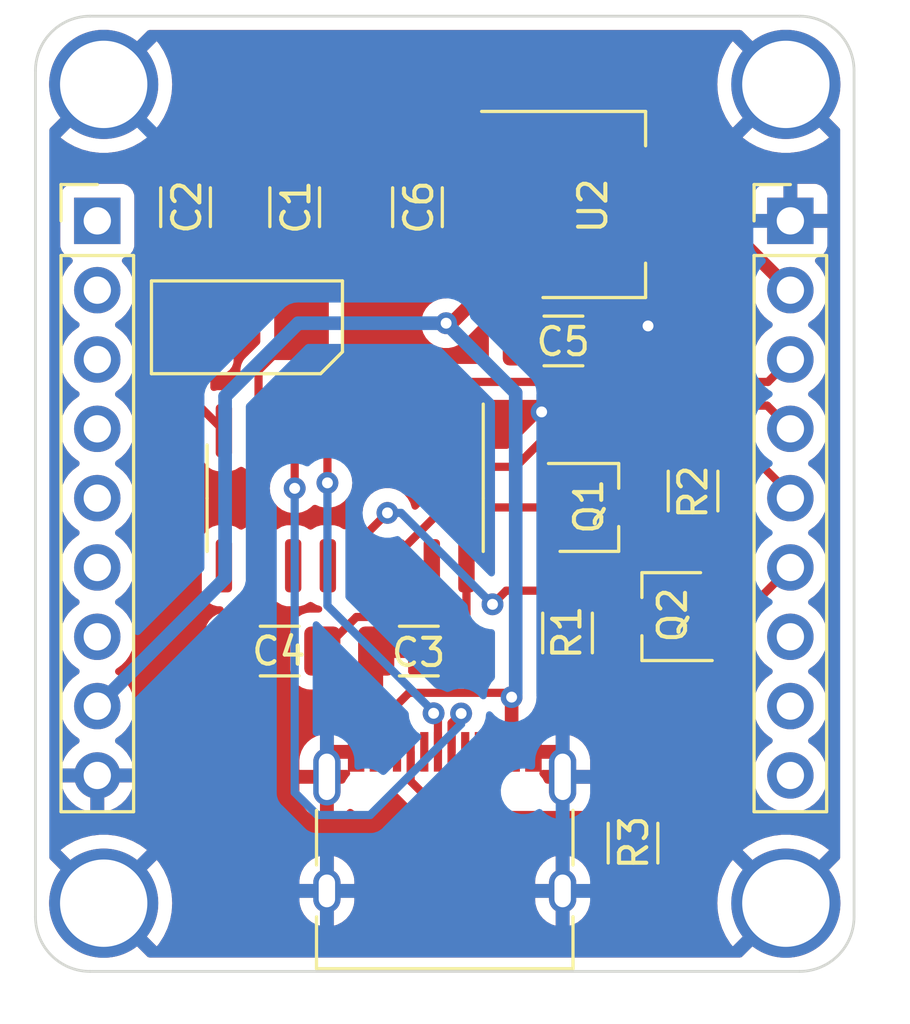
<source format=kicad_pcb>
(kicad_pcb (version 20211014) (generator pcbnew)
  (layers (0 "F.Cu" signal) (31 "B.Cu" signal) (34 "B.Paste" user) (35 "F.Paste" user) (36 "B.SilkS" user "B.Silkscreen") (37 "F.SilkS" user "F.Silkscreen") (38 "B.Mask" user) (39 "F.Mask" user) (44 "Edge.Cuts" user))
  (net 0 "")
  (net 1 "SDA")
  (net 2 "SCL")
  (net 3 "A")
  (net 4 "B")
  (net 5 "C")
  (net 6 "D")
  (net 7 "E")
  (net 8 "Vin")
  (net 9 "GND")
  (net 10 "Net-(C1-Pad1)")
  (net 11 "Net-(C2-Pad1)")
  (net 12 "3.3V")
  (net 13 "RX")
  (net 14 "TX")
  (net 15 "RST")
  (net 16 "F")
  (net 17 "SCLK")
  (net 18 "MISO")
  (net 19 "MOSI")
  (net 20 "Net-(C3-Pad2)")
  (net 21 "Net-(P1-PadA5)")
  (net 22 "D+")
  (net 23 "D-")
  (net 27 "Net-(Q1-Pad2)")
  (net 28 "Net-(Q1-Pad3)")
  (net 29 "Net-(Q2-Pad2)")
  (net 30 "Net-(Q2-Pad3)")
  (footprint "Capacitor_SMD:C_1206_3216Metric_Pad1.33x1.80mm_HandSolder" (layer "F.Cu") (at 58.95 123.2625)
    (fp_text reference "C4" (at -0.03 0.0075) (layer "F.SilkS"))
    (fp_text value "10uF")
    (fp_line (start -0.711252 0.91) (end 0.711252 0.91) (layer "F.SilkS") (width 0.12))
    (fp_line (start -0.711252 -0.91) (end 0.711252 -0.91) (layer "F.SilkS") (width 0.12))
    (pad "1" smd roundrect (at -1.5625 0) (size 1.325 1.8) (layers "F.Cu" "F.Paste" "F.Mask") (roundrect_rratio 0.1886792453) (net 9 "GND"))
    (pad "2" smd roundrect (at 1.5625 0) (size 1.325 1.8) (layers "F.Cu" "F.Paste" "F.Mask") (roundrect_rratio 0.1886792453) (net 20 "Net-(C3-Pad2)"))
  )
  (footprint "Package_TO_SOT_SMD:SOT-23W" (layer "F.Cu") (at 73.3 122 180)
    (fp_text reference "Q2" (at -0.05 0.06 90) (layer "F.SilkS"))
    (fp_text value "BC547")
    (fp_line (start 1.075 -1.61) (end 1.075 -0.7) (layer "F.SilkS") (width 0.12))
    (fp_line (start -1.075 1.61) (end 1.075 1.61) (layer "F.SilkS") (width 0.12))
    (fp_line (start 1.075 0.7) (end 1.075 1.61) (layer "F.SilkS") (width 0.12))
    (fp_line (start -1.5 -1.61) (end 1.075 -1.61) (layer "F.SilkS") (width 0.12))
    (pad "1" smd rect (at -1.2 -0.95 180) (size 1 0.7) (layers "F.Cu" "F.Paste" "F.Mask") (net 16 "F"))
    (pad "2" smd rect (at -1.2 0.95 180) (size 1 0.7) (layers "F.Cu" "F.Paste" "F.Mask") (net 29 "Net-(Q2-Pad2)"))
    (pad "3" smd rect (at 1.2 0 180) (size 1 0.7) (layers "F.Cu" "F.Paste" "F.Mask") (net 30 "Net-(Q2-Pad3)"))
  )
  (footprint "Capacitor_SMD:C_1206_3216Metric_Pad1.33x1.80mm_HandSolder" (layer "F.Cu") (at 69.35 111.9)
    (fp_text reference "C5" (at -0.01 0.03) (layer "F.SilkS"))
    (fp_text value "22pF")
    (fp_line (start -0.711252 0.91) (end 0.711252 0.91) (layer "F.SilkS") (width 0.12))
    (fp_line (start -0.711252 -0.91) (end 0.711252 -0.91) (layer "F.SilkS") (width 0.12))
    (pad "1" smd roundrect (at -1.5625 0) (size 1.325 1.8) (layers "F.Cu" "F.Paste" "F.Mask") (roundrect_rratio 0.1886792453) (net 8 "Vin"))
    (pad "2" smd roundrect (at 1.5625 0) (size 1.325 1.8) (layers "F.Cu" "F.Paste" "F.Mask") (roundrect_rratio 0.1886792453) (net 9 "GND"))
  )
  (footprint "MountingHole:MountingHole_3.2mm_M3_ISO14580_Pad" (layer "F.Cu") (at 77.5 102.5)
    (fp_text reference "REF**" hide)
    (fp_text value "MountingHole_3.2mm_M3_ISO14580_Pad" hide)
    (pad "1" thru_hole circle (at 0 0) (size 4 4) (drill 3.2) (layers *.Cu *.Mask) (net 9 "GND"))
  )
  (footprint "Capacitor_SMD:C_1206_3216Metric_Pad1.33x1.80mm_HandSolder" (layer "F.Cu") (at 64.05 123.2625)
    (fp_text reference "C3" (at -0.01 0.0575) (layer "F.SilkS"))
    (fp_text value "100uF")
    (fp_line (start -0.711252 0.91) (end 0.711252 0.91) (layer "F.SilkS") (width 0.12))
    (fp_line (start -0.711252 -0.91) (end 0.711252 -0.91) (layer "F.SilkS") (width 0.12))
    (pad "1" smd roundrect (at -1.5625 0) (size 1.325 1.8) (layers "F.Cu" "F.Paste" "F.Mask") (roundrect_rratio 0.1886792453) (net 9 "GND"))
    (pad "2" smd roundrect (at 1.5625 0) (size 1.325 1.8) (layers "F.Cu" "F.Paste" "F.Mask") (roundrect_rratio 0.1886792453) (net 20 "Net-(C3-Pad2)"))
  )
  (footprint "MountingHole:MountingHole_3.2mm_M3_ISO14580_Pad" (layer "F.Cu") (at 52.5 102.5)
    (fp_text reference "REF**" hide)
    (fp_text value "MountingHole_3.2mm_M3_ISO14580_Pad" hide)
    (pad "2" thru_hole circle (at 0 0) (size 4 4) (drill 3.2) (layers *.Cu *.Mask) (net 9 "GND"))
  )
  (footprint "Package_TO_SOT_SMD:SOT-223-3_TabPin2" (layer "F.Cu") (at 70.45 106.9)
    (fp_text reference "U2" (at -0.02 0.05 90) (layer "F.SilkS"))
    (fp_text value "AMS1117-3.3")
    (fp_line (start 1.91 -3.41) (end 1.91 -2.15) (layer "F.SilkS") (width 0.12))
    (fp_line (start -1.85 3.41) (end 1.91 3.41) (layer "F.SilkS") (width 0.12))
    (fp_line (start 1.91 3.41) (end 1.91 2.15) (layer "F.SilkS") (width 0.12))
    (fp_line (start -4.1 -3.41) (end 1.91 -3.41) (layer "F.SilkS") (width 0.12))
    (pad "1" smd rect (at -3.15 -2.3) (size 2 1.5) (layers "F.Cu" "F.Paste" "F.Mask") (net 9 "GND"))
    (pad "2" smd rect (at -3.15 0) (size 2 1.5) (layers "F.Cu" "F.Paste" "F.Mask") (net 12 "3.3V"))
    (pad "2" smd rect (at 3.15 0) (size 2 3.8) (layers "F.Cu" "F.Paste" "F.Mask") (net 12 "3.3V"))
    (pad "3" smd rect (at -3.15 2.3) (size 2 1.5) (layers "F.Cu" "F.Paste" "F.Mask") (net 8 "Vin"))
  )
  (footprint "Capacitor_SMD:C_1206_3216Metric_Pad1.33x1.80mm_HandSolder" (layer "F.Cu") (at 55.5 107 90)
    (fp_text reference "C2" (at 0.01 0.05 90) (layer "F.SilkS"))
    (fp_text value "22pF")
    (fp_line (start -0.711252 0.91) (end 0.711252 0.91) (layer "F.SilkS") (width 0.12))
    (fp_line (start -0.711252 -0.91) (end 0.711252 -0.91) (layer "F.SilkS") (width 0.12))
    (pad "1" smd roundrect (at -1.5625 0 90) (size 1.325 1.8) (layers "F.Cu" "F.Paste" "F.Mask") (roundrect_rratio 0.1886792453) (net 11 "Net-(C2-Pad1)"))
    (pad "2" smd roundrect (at 1.5625 0 90) (size 1.325 1.8) (layers "F.Cu" "F.Paste" "F.Mask") (roundrect_rratio 0.1886792453) (net 9 "GND"))
  )
  (footprint "Package_SO:SOIC-16_3.9x9.9mm_P1.27mm" (layer "F.Cu") (at 61.35 117.6625 -90)
    (fp_text reference "U1" hide)
    (fp_text value "CH340G")
    (fp_line (start 0 5.06) (end -1.95 5.06) (layer "F.SilkS") (width 0.12))
    (fp_line (start 0 -5.06) (end 1.95 -5.06) (layer "F.SilkS") (width 0.12))
    (fp_line (start 0 -5.06) (end -3.45 -5.06) (layer "F.SilkS") (width 0.12))
    (fp_line (start 0 5.06) (end 1.95 5.06) (layer "F.SilkS") (width 0.12))
    (pad "1" smd roundrect (at -2.475 -4.445 270) (size 1.95 0.6) (layers "F.Cu" "F.Paste" "F.Mask") (net 9 "GND"))
    (pad "2" smd roundrect (at -2.475 -3.175 270) (size 1.95 0.6) (layers "F.Cu" "F.Paste" "F.Mask") (net 13 "RX"))
    (pad "3" smd roundrect (at -2.475 -1.905 270) (size 1.95 0.6) (layers "F.Cu" "F.Paste" "F.Mask") (net 14 "TX"))
    (pad "4" smd roundrect (at -2.475 -0.635 270) (size 1.95 0.6) (layers "F.Cu" "F.Paste" "F.Mask"))
    (pad "5" smd roundrect (at -2.475 0.635 270) (size 1.95 0.6) (layers "F.Cu" "F.Paste" "F.Mask") (net 22 "D+"))
    (pad "6" smd roundrect (at -2.475 1.905 270) (size 1.95 0.6) (layers "F.Cu" "F.Paste" "F.Mask") (net 23 "D-"))
    (pad "7" smd roundrect (at -2.475 3.175 270) (size 1.95 0.6) (layers "F.Cu" "F.Paste" "F.Mask") (net 10 "Net-(C1-Pad1)"))
    (pad "8" smd roundrect (at -2.475 4.445 270) (size 1.95 0.6) (layers "F.Cu" "F.Paste" "F.Mask") (net 11 "Net-(C2-Pad1)"))
    (pad "9" smd roundrect (at 2.475 4.445 270) (size 1.95 0.6) (layers "F.Cu" "F.Paste" "F.Mask"))
    (pad "10" smd roundrect (at 2.475 3.175 270) (size 1.95 0.6) (layers "F.Cu" "F.Paste" "F.Mask"))
    (pad "11" smd roundrect (at 2.475 1.905 270) (size 1.95 0.6) (layers "F.Cu" "F.Paste" "F.Mask"))
    (pad "12" smd roundrect (at 2.475 0.635 270) (size 1.95 0.6) (layers "F.Cu" "F.Paste" "F.Mask"))
    (pad "13" smd roundrect (at 2.475 -0.635 270) (size 1.95 0.6) (layers "F.Cu" "F.Paste" "F.Mask") (net 30 "Net-(Q2-Pad3)"))
    (pad "14" smd roundrect (at 2.475 -1.905 270) (size 1.95 0.6) (layers "F.Cu" "F.Paste" "F.Mask") (net 28 "Net-(Q1-Pad3)"))
    (pad "15" smd roundrect (at 2.475 -3.175 270) (size 1.95 0.6) (layers "F.Cu" "F.Paste" "F.Mask"))
    (pad "16" smd roundrect (at 2.475 -4.445 270) (size 1.95 0.6) (layers "F.Cu" "F.Paste" "F.Mask") (net 20 "Net-(C3-Pad2)"))
  )
  (footprint "Capacitor_SMD:C_1206_3216Metric_Pad1.33x1.80mm_HandSolder" (layer "F.Cu") (at 64 107 90)
    (fp_text reference "C6" (at 0 0.05 90) (layer "F.SilkS"))
    (fp_text value "22pF")
    (fp_line (start -0.711252 -0.91) (end 0.711252 -0.91) (layer "F.SilkS") (width 0.12))
    (fp_line (start -0.711252 0.91) (end 0.711252 0.91) (layer "F.SilkS") (width 0.12))
    (pad "1" smd roundrect (at -1.5625 0 90) (size 1.325 1.8) (layers "F.Cu" "F.Paste" "F.Mask") (roundrect_rratio 0.1886792453) (net 12 "3.3V"))
    (pad "2" smd roundrect (at 1.5625 0 90) (size 1.325 1.8) (layers "F.Cu" "F.Paste" "F.Mask") (roundrect_rratio 0.1886792453) (net 9 "GND"))
  )
  (footprint "Connector_USB:USB_C_Receptacle_HRO_TYPE-C-31-M-12" (layer "F.Cu") (at 65 131)
    (fp_text reference "P1" hide)
    (fp_text value "USB_C_Plug")
    (fp_line (start 4.7 2) (end 4.7 3.9) (layer "F.SilkS") (width 0.12))
    (fp_line (start -4.7 -1.9) (end -4.7 0.1) (layer "F.SilkS") (width 0.12))
    (fp_line (start 4.7 -1.9) (end 4.7 0.1) (layer "F.SilkS") (width 0.12))
    (fp_line (start -4.7 3.9) (end 4.7 3.9) (layer "F.SilkS") (width 0.12))
    (fp_line (start -4.7 2) (end -4.7 3.9) (layer "F.SilkS") (width 0.12))
    (pad "" np_thru_hole circle (at -2.89 -2.6) (size 0.65 0.65) (drill 0.65) (layers *.Cu *.Mask))
    (pad "" np_thru_hole circle (at 2.89 -2.6) (size 0.65 0.65) (drill 0.65) (layers *.Cu *.Mask))
    (pad "A1" smd rect (at -3.25 -4.045) (size 0.6 1.45) (layers "F.Cu" "F.Paste" "F.Mask") (net 9 "GND"))
    (pad "A4" smd rect (at -2.45 -4.045) (size 0.6 1.45) (layers "F.Cu" "F.Paste" "F.Mask") (net 8 "Vin"))
    (pad "A5" smd rect (at -1.25 -4.045) (size 0.3 1.45) (layers "F.Cu" "F.Paste" "F.Mask") (net 21 "Net-(P1-PadA5)"))
    (pad "A6" smd rect (at -0.25 -4.045) (size 0.3 1.45) (layers "F.Cu" "F.Paste" "F.Mask") (net 22 "D+"))
    (pad "A7" smd rect (at 0.25 -4.045) (size 0.3 1.45) (layers "F.Cu" "F.Paste" "F.Mask") (net 23 "D-"))
    (pad "A8" smd rect (at 1.25 -4.045) (size 0.3 1.45) (layers "F.Cu" "F.Paste" "F.Mask"))
    (pad "A9" smd rect (at 2.45 -4.045) (size 0.6 1.45) (layers "F.Cu" "F.Paste" "F.Mask") (net 8 "Vin"))
    (pad "A12" smd rect (at 3.25 -4.045) (size 0.6 1.45) (layers "F.Cu" "F.Paste" "F.Mask") (net 9 "GND"))
    (pad "B1" smd rect (at 3.25 -4.045) (size 0.6 1.45) (layers "F.Cu" "F.Paste" "F.Mask") (net 9 "GND"))
    (pad "B4" smd rect (at 2.45 -4.045) (size 0.6 1.45) (layers "F.Cu" "F.Paste" "F.Mask") (net 8 "Vin"))
    (pad "B5" smd rect (at 1.75 -4.045) (size 0.3 1.45) (layers "F.Cu" "F.Paste" "F.Mask"))
    (pad "B6" smd rect (at 0.75 -4.045) (size 0.3 1.45) (layers "F.Cu" "F.Paste" "F.Mask"))
    (pad "B7" smd rect (at -0.75 -4.045) (size 0.3 1.45) (layers "F.Cu" "F.Paste" "F.Mask"))
    (pad "B8" smd rect (at -1.75 -4.045) (size 0.3 1.45) (layers "F.Cu" "F.Paste" "F.Mask"))
    (pad "B9" smd rect (at -2.45 -4.045) (size 0.6 1.45) (layers "F.Cu" "F.Paste" "F.Mask") (net 8 "Vin"))
    (pad "B12" smd rect (at -3.25 -4.045) (size 0.6 1.45) (layers "F.Cu" "F.Paste" "F.Mask") (net 9 "GND"))
    (pad "S1" thru_hole oval (at -4.32 -3.13) (size 1 2.1) (drill oval 0.6 1.7) (layers *.Cu *.Mask) (net 9 "GND"))
    (pad "S1" thru_hole oval (at 4.32 1.05) (size 1 1.6) (drill oval 0.6 1.2) (layers *.Cu *.Mask) (net 9 "GND"))
    (pad "S1" thru_hole oval (at 4.32 -3.13) (size 1 2.1) (drill oval 0.6 1.7) (layers *.Cu *.Mask) (net 9 "GND"))
    (pad "S1" thru_hole oval (at -4.32 1.05) (size 1 1.6) (drill oval 0.6 1.2) (layers *.Cu *.Mask) (net 9 "GND"))
  )
  (footprint "Resistor_SMD:R_1206_3216Metric_Pad1.30x1.75mm_HandSolder" (layer "F.Cu") (at 69.5 122.6 90)
    (fp_text reference "R1" (at 0.02 -0.02 90) (layer "F.SilkS"))
    (fp_text value "R")
    (fp_line (start -0.727064 0.91) (end 0.727064 0.91) (layer "F.SilkS") (width 0.12))
    (fp_line (start -0.727064 -0.91) (end 0.727064 -0.91) (layer "F.SilkS") (width 0.12))
    (pad "1" smd roundrect (at -1.55 0 90) (size 1.3 1.75) (layers "F.Cu" "F.Paste" "F.Mask") (roundrect_rratio 0.1923076923) (net 27 "Net-(Q1-Pad2)"))
    (pad "2" smd roundrect (at 1.55 0 90) (size 1.3 1.75) (layers "F.Cu" "F.Paste" "F.Mask") (roundrect_rratio 0.1923076923) (net 30 "Net-(Q2-Pad3)"))
  )
  (footprint "Resistor_SMD:R_1206_3216Metric_Pad1.30x1.75mm_HandSolder" (layer "F.Cu") (at 74.1 117.4 90)
    (fp_text reference "R2" (at -0.04 0 90) (layer "F.SilkS"))
    (fp_text value "R")
    (fp_line (start -0.727064 0.91) (end 0.727064 0.91) (layer "F.SilkS") (width 0.12))
    (fp_line (start -0.727064 -0.91) (end 0.727064 -0.91) (layer "F.SilkS") (width 0.12))
    (pad "1" smd roundrect (at -1.55 0 90) (size 1.3 1.75) (layers "F.Cu" "F.Paste" "F.Mask") (roundrect_rratio 0.1923076923) (net 29 "Net-(Q2-Pad2)"))
    (pad "2" smd roundrect (at 1.55 0 90) (size 1.3 1.75) (layers "F.Cu" "F.Paste" "F.Mask") (roundrect_rratio 0.1923076923) (net 28 "Net-(Q1-Pad3)"))
  )
  (footprint "MountingHole:MountingHole_3.2mm_M3_ISO14580_Pad" (layer "F.Cu") (at 52.5 132.5)
    (fp_text reference "REF**" hide)
    (fp_text value "MountingHole_3.2mm_M3_ISO14580_Pad" hide)
    (pad "3" thru_hole circle (at 0 0) (size 4 4) (drill 3.2) (layers *.Cu *.Mask) (net 9 "GND"))
  )
  (footprint "Capacitor_SMD:C_1206_3216Metric_Pad1.33x1.80mm_HandSolder" (layer "F.Cu") (at 59.5 107 90)
    (fp_text reference "C1" (at 0 0.05 90) (layer "F.SilkS"))
    (fp_text value "22pF")
    (fp_line (start -0.711252 -0.91) (end 0.711252 -0.91) (layer "F.SilkS") (width 0.12))
    (fp_line (start -0.711252 0.91) (end 0.711252 0.91) (layer "F.SilkS") (width 0.12))
    (pad "1" smd roundrect (at -1.5625 0 90) (size 1.325 1.8) (layers "F.Cu" "F.Paste" "F.Mask") (roundrect_rratio 0.1886792453) (net 10 "Net-(C1-Pad1)"))
    (pad "2" smd roundrect (at 1.5625 0 90) (size 1.325 1.8) (layers "F.Cu" "F.Paste" "F.Mask") (roundrect_rratio 0.1886792453) (net 9 "GND"))
  )
  (footprint "Resistor_SMD:R_1206_3216Metric_Pad1.30x1.75mm_HandSolder" (layer "F.Cu") (at 71.9 130.3 90)
    (fp_text reference "R3" (at 0.02 0.03 90) (layer "F.SilkS"))
    (fp_text value "5.1k")
    (fp_line (start -0.727064 0.91) (end 0.727064 0.91) (layer "F.SilkS") (width 0.12))
    (fp_line (start -0.727064 -0.91) (end 0.727064 -0.91) (layer "F.SilkS") (width 0.12))
    (pad "1" smd roundrect (at -1.55 0 90) (size 1.3 1.75) (layers "F.Cu" "F.Paste" "F.Mask") (roundrect_rratio 0.1923076923) (net 9 "GND"))
    (pad "2" smd roundrect (at 1.55 0 90) (size 1.3 1.75) (layers "F.Cu" "F.Paste" "F.Mask") (roundrect_rratio 0.1923076923) (net 21 "Net-(P1-PadA5)"))
  )
  (footprint "Connector_PinHeader_2.54mm:PinHeader_1x09_P2.54mm_Vertical" (layer "F.Cu") (at 77.665719 107.5)
    (fp_text reference "J2" hide)
    (fp_text value "Conn_01x08_Male" hide)
    (fp_line (start -1.33 1.27) (end 1.33 1.27) (layer "F.SilkS") (width 0.12))
    (fp_line (start -1.33 0) (end -1.33 -1.33) (layer "F.SilkS") (width 0.12))
    (fp_line (start -1.33 1.27) (end -1.33 21.65) (layer "F.SilkS") (width 0.12))
    (fp_line (start -1.33 -1.33) (end 0 -1.33) (layer "F.SilkS") (width 0.12))
    (fp_line (start 1.33 1.27) (end 1.33 21.65) (layer "F.SilkS") (width 0.12))
    (fp_line (start -1.33 21.65) (end 1.33 21.65) (layer "F.SilkS") (width 0.12))
    (pad "1" thru_hole rect (at 0 0) (size 1.7 1.7) (drill 1) (layers *.Cu *.Mask) (net 9 "GND"))
    (pad "2" thru_hole oval (at 0 2.54) (size 1.7 1.7) (drill 1) (layers *.Cu *.Mask) (net 12 "3.3V"))
    (pad "3" thru_hole oval (at 0 5.08) (size 1.7 1.7) (drill 1) (layers *.Cu *.Mask) (net 14 "TX"))
    (pad "4" thru_hole oval (at 0 7.62) (size 1.7 1.7) (drill 1) (layers *.Cu *.Mask) (net 13 "RX"))
    (pad "5" thru_hole oval (at 0 10.16) (size 1.7 1.7) (drill 1) (layers *.Cu *.Mask) (net 15 "RST"))
    (pad "6" thru_hole oval (at 0 12.7) (size 1.7 1.7) (drill 1) (layers *.Cu *.Mask) (net 16 "F"))
    (pad "7" thru_hole oval (at 0 15.24) (size 1.7 1.7) (drill 1) (layers *.Cu *.Mask) (net 17 "SCLK"))
    (pad "8" thru_hole oval (at 0 17.78) (size 1.7 1.7) (drill 1) (layers *.Cu *.Mask) (net 19 "MOSI"))
    (pad "9" thru_hole oval (at 0 20.32) (size 1.7 1.7) (drill 1) (layers *.Cu *.Mask) (net 18 "MISO"))
  )
  (footprint "Suat:2pincrystal" (layer "F.Cu") (at 57.75 111.4 90)
    (fp_text reference "Y1" hide)
    (fp_text value "Crystal")
    (fp_line (start -1.7 -3.5) (end 1.7 -3.5) (layer "F.SilkS") (width 0.12))
    (fp_line (start 1.7 -3.5) (end 1.7 3.5) (layer "F.SilkS") (width 0.12))
    (fp_line (start -0.9 3.5) (end -1.7 2.7) (layer "F.SilkS") (width 0.12))
    (fp_line (start -1.7 2.7) (end -1.7 -3.5) (layer "F.SilkS") (width 0.12))
    (fp_line (start 1.7 3.5) (end -0.9 3.5) (layer "F.SilkS") (width 0.12))
    (pad "1" smd rect (at 0 2 90) (size 2.4 2) (layers "F.Cu" "F.Paste" "F.Mask") (net 10 "Net-(C1-Pad1)"))
    (pad "2" smd rect (at 0 -2 90) (size 2.4 2) (layers "F.Cu" "F.Paste" "F.Mask") (net 11 "Net-(C2-Pad1)"))
  )
  (footprint "Package_TO_SOT_SMD:SOT-23W" (layer "F.Cu") (at 70.3 118)
    (fp_text reference "Q1" (at -0.02 -0.04 90) (layer "F.SilkS"))
    (fp_text value "BC547")
    (fp_line (start 1.075 -1.61) (end 1.075 -0.7) (layer "F.SilkS") (width 0.12))
    (fp_line (start -1.5 -1.61) (end 1.075 -1.61) (layer "F.SilkS") (width 0.12))
    (fp_line (start 1.075 0.7) (end 1.075 1.61) (layer "F.SilkS") (width 0.12))
    (fp_line (start -1.075 1.61) (end 1.075 1.61) (layer "F.SilkS") (width 0.12))
    (pad "1" smd rect (at -1.2 -0.95) (size 1 0.7) (layers "F.Cu" "F.Paste" "F.Mask") (net 15 "RST"))
    (pad "2" smd rect (at -1.2 0.95) (size 1 0.7) (layers "F.Cu" "F.Paste" "F.Mask") (net 27 "Net-(Q1-Pad2)"))
    (pad "3" smd rect (at 1.2 0) (size 1 0.7) (layers "F.Cu" "F.Paste" "F.Mask") (net 28 "Net-(Q1-Pad3)"))
  )
  (footprint "MountingHole:MountingHole_3.2mm_M3_ISO14580_Pad" (layer "F.Cu") (at 77.5 132.5)
    (fp_text reference "REF**" hide)
    (fp_text value "MountingHole_3.2mm_M3_ISO14580_Pad" hide)
    (pad "4" thru_hole circle (at 0 0) (size 4 4) (drill 3.2) (layers *.Cu *.Mask) (net 9 "GND"))
  )
  (footprint "Connector_PinHeader_2.54mm:PinHeader_1x09_P2.54mm_Vertical" (layer "F.Cu") (at 52.265719 107.5)
    (fp_text reference "J1" hide)
    (fp_text value "Conn_01x08_Male" hide)
    (fp_line (start 1.33 1.27) (end 1.33 21.65) (layer "F.SilkS") (width 0.12))
    (fp_line (start -1.33 1.27) (end 1.33 1.27) (layer "F.SilkS") (width 0.12))
    (fp_line (start -1.33 21.65) (end 1.33 21.65) (layer "F.SilkS") (width 0.12))
    (fp_line (start -1.33 -1.33) (end 0 -1.33) (layer "F.SilkS") (width 0.12))
    (fp_line (start -1.33 0) (end -1.33 -1.33) (layer "F.SilkS") (width 0.12))
    (fp_line (start -1.33 1.27) (end -1.33 21.65) (layer "F.SilkS") (width 0.12))
    (pad "1" thru_hole rect (at 0 0) (size 1.7 1.7) (drill 1) (layers *.Cu *.Mask) (net 2 "SCL"))
    (pad "2" thru_hole oval (at 0 2.54) (size 1.7 1.7) (drill 1) (layers *.Cu *.Mask) (net 1 "SDA"))
    (pad "3" thru_hole oval (at 0 5.08) (size 1.7 1.7) (drill 1) (layers *.Cu *.Mask) (net 7 "E"))
    (pad "4" thru_hole oval (at 0 7.62) (size 1.7 1.7) (drill 1) (layers *.Cu *.Mask) (net 6 "D"))
    (pad "5" thru_hole oval (at 0 10.16) (size 1.7 1.7) (drill 1) (layers *.Cu *.Mask) (net 3 "A"))
    (pad "6" thru_hole oval (at 0 12.7) (size 1.7 1.7) (drill 1) (layers *.Cu *.Mask) (net 4 "B"))
    (pad "7" thru_hole oval (at 0 15.24) (size 1.7 1.7) (drill 1) (layers *.Cu *.Mask) (net 5 "C"))
    (pad "8" thru_hole oval (at 0 17.78) (size 1.7 1.7) (drill 1) (layers *.Cu *.Mask) (net 8 "Vin"))
    (pad "9" thru_hole oval (at 0 20.32) (size 1.7 1.7) (drill 1) (layers *.Cu *.Mask) (net 9 "GND"))
  )
  (gr_line (start 50 102) (end 50 133) (layer "Edge.Cuts") (width 0.1))
  (gr_arc (start 50 102) (mid 50.585786 100.585786) (end 52 100) (layer "Edge.Cuts") (width 0.1))
  (gr_arc (start 78 100) (mid 79.414214 100.585786) (end 80 102) (layer "Edge.Cuts") (width 0.1))
  (gr_arc (start 80 133) (mid 79.414214 134.414214) (end 78 135) (layer "Edge.Cuts") (width 0.1))
  (gr_line (start 78 135) (end 52 135) (layer "Edge.Cuts") (width 0.1))
  (gr_line (start 80 102) (end 80 133) (layer "Edge.Cuts") (width 0.1))
  (gr_line (start 52 100) (end 78 100) (layer "Edge.Cuts") (width 0.1))
  (gr_arc (start 52 135) (mid 50.585786 134.414214) (end 50 133) (layer "Edge.Cuts") (width 0.1))
  (segment (start 67.3 109.2) (end 67.3 111.4125) (width 0.5) (layer "F.Cu") (net 8))
  (segment (start 67.3 111.4125) (end 67.7875 111.9) (width 0.5) (layer "F.Cu") (net 8))
  (segment (start 62.55 126.955) (end 62.55 125.93) (width 0.3) (layer "F.Cu") (net 8))
  (segment (start 65.25 111.25) (end 67.3 109.2) (width 0.5) (layer "F.Cu") (net 8))
  (segment (start 63.687043 124.792957) (end 67.292957 124.792957) (width 0.3) (layer "F.Cu") (net 8))
  (segment (start 62.55 125.93) (end 63.687043 124.792957) (width 0.3) (layer "F.Cu") (net 8))
  (segment (start 67.45 126.955) (end 67.45 124.95) (width 0.5) (layer "F.Cu") (net 8))
  (segment (start 65.05 111.25) (end 65.25 111.25) (width 0.5) (layer "F.Cu") (net 8))
  (segment (start 67.292957 124.792957) (end 67.45 124.95) (width 0.3) (layer "F.Cu") (net 8))
  (via (at 67.45 124.95) (size 0.8) (drill 0.4) (layers "F.Cu" "B.Cu") (net 8))
  (via (at 65.05 111.25) (size 0.8) (drill 0.4) (layers "F.Cu" "B.Cu") (net 8))
  (segment (start 67.599501 124.800499) (end 67.599501 113.799501) (width 0.5) (layer "B.Cu") (net 8))
  (segment (start 56.95 120.595719) (end 56.95 113.93) (width 0.5) (layer "B.Cu") (net 8))
  (segment (start 67.599501 113.799501) (end 65.05 111.25) (width 0.5) (layer "B.Cu") (net 8))
  (segment (start 67.45 124.95) (end 67.599501 124.800499) (width 0.5) (layer "B.Cu") (net 8))
  (segment (start 56.95 113.93) (end 59.63 111.25) (width 0.5) (layer "B.Cu") (net 8))
  (segment (start 59.63 111.25) (end 65.05 111.25) (width 0.5) (layer "B.Cu") (net 8))
  (segment (start 52.265719 125.28) (end 56.95 120.595719) (width 0.5) (layer "B.Cu") (net 8))
  (segment (start 71.4625 111.35) (end 70.9125 111.9) (width 0.3) (layer "F.Cu") (net 9))
  (segment (start 66.4825 114.5) (end 68.55 114.5) (width 0.3) (layer "F.Cu") (net 9))
  (segment (start 65.795 115.1875) (end 66.4825 114.5) (width 0.3) (layer "F.Cu") (net 9))
  (segment (start 72.45 111.35) (end 71.4625 111.35) (width 0.3) (layer "F.Cu") (net 9))
  (via (at 68.55 114.5) (size 0.8) (drill 0.4) (layers "F.Cu" "B.Cu") (net 9))
  (via (at 72.45 111.35) (size 0.8) (drill 0.4) (layers "F.Cu" "B.Cu") (net 9))
  (segment (start 71.7 111.35) (end 72.45 111.35) (width 0.3) (layer "B.Cu") (net 9))
  (segment (start 68.55 114.5) (end 71.7 111.35) (width 0.3) (layer "B.Cu") (net 9))
  (segment (start 59.5 111.15) (end 59.75 111.4) (width 0.3) (layer "F.Cu") (net 10))
  (segment (start 58.175 115.1875) (end 58.175 112.975) (width 0.3) (layer "F.Cu") (net 10))
  (segment (start 58.175 112.975) (end 59.75 111.4) (width 0.3) (layer "F.Cu") (net 10))
  (segment (start 59.5 108.5625) (end 59.5 111.15) (width 0.3) (layer "F.Cu") (net 10))
  (segment (start 55.5 111.15) (end 55.75 111.4) (width 0.3) (layer "F.Cu") (net 11))
  (segment (start 55.75 114.0325) (end 55.75 111.4) (width 0.3) (layer "F.Cu") (net 11))
  (segment (start 55.5 108.5625) (end 55.5 111.15) (width 0.3) (layer "F.Cu") (net 11))
  (segment (start 56.905 115.1875) (end 55.75 114.0325) (width 0.3) (layer "F.Cu") (net 11))
  (segment (start 67.3 106.9) (end 73.6 106.9) (width 0.5) (layer "F.Cu") (net 12))
  (segment (start 73.6 106.9) (end 74.525719 106.9) (width 0.5) (layer "F.Cu") (net 12))
  (segment (start 74.525719 106.9) (end 77.665719 110.04) (width 0.5) (layer "F.Cu") (net 12))
  (segment (start 65.6625 106.9) (end 67.3 106.9) (width 0.5) (layer "F.Cu") (net 12))
  (segment (start 64 108.5625) (end 65.6625 106.9) (width 0.5) (layer "F.Cu") (net 12))
  (segment (start 65.438093 116.51202) (end 64.525 115.598927) (width 0.3) (layer "F.Cu") (net 13))
  (segment (start 76.815719 114.27) (end 69.839956 114.27) (width 0.3) (layer "F.Cu") (net 13))
  (segment (start 69.839956 114.27) (end 67.597936 116.51202) (width 0.3) (layer "F.Cu") (net 13))
  (segment (start 64.525 115.598927) (end 64.525 115.1875) (width 0.3) (layer "F.Cu") (net 13))
  (segment (start 77.665719 115.12) (end 76.815719 114.27) (width 0.3) (layer "F.Cu") (net 13))
  (segment (start 67.597936 116.51202) (end 65.438093 116.51202) (width 0.3) (layer "F.Cu") (net 13))
  (segment (start 76.84523 113.400489) (end 77.665719 112.58) (width 0.3) (layer "F.Cu") (net 14))
  (segment (start 63.255 114.776073) (end 64.630584 113.400489) (width 0.3) (layer "F.Cu") (net 14))
  (segment (start 64.630584 113.400489) (end 76.84523 113.400489) (width 0.3) (layer "F.Cu") (net 14))
  (segment (start 63.255 115.1875) (end 63.255 114.776073) (width 0.3) (layer "F.Cu") (net 14))
  (segment (start 77.665719 117.515719) (end 77.665719 117.66) (width 0.3) (layer "F.Cu") (net 15))
  (segment (start 75.00048 114.85048) (end 77.665719 117.515719) (width 0.3) (layer "F.Cu") (net 15))
  (segment (start 69.1 117.05) (end 71.29952 114.85048) (width 0.3) (layer "F.Cu") (net 15))
  (segment (start 71.29952 114.85048) (end 75.00048 114.85048) (width 0.3) (layer "F.Cu") (net 15))
  (segment (start 74.915719 122.95) (end 77.665719 120.2) (width 0.3) (layer "F.Cu") (net 16))
  (segment (start 74.5 122.95) (end 74.915719 122.95) (width 0.3) (layer "F.Cu") (net 16))
  (segment (start 61.76202 122.01298) (end 64.36298 122.01298) (width 0.3) (layer "F.Cu") (net 20))
  (segment (start 60.5125 123.2625) (end 61.76202 122.01298) (width 0.3) (layer "F.Cu") (net 20))
  (segment (start 65.6125 123.2625) (end 65.795 123.08) (width 0.3) (layer "F.Cu") (net 20))
  (segment (start 64.36298 122.01298) (end 65.6125 123.2625) (width 0.3) (layer "F.Cu") (net 20))
  (segment (start 65.795 123.08) (end 65.795 120.1375) (width 0.3) (layer "F.Cu") (net 20))
  (segment (start 63.75 126.955) (end 63.75 128.029022) (width 0.3) (layer "F.Cu") (net 21))
  (segment (start 71.38048 129.26952) (end 71.9 128.75) (width 0.3) (layer "F.Cu") (net 21))
  (segment (start 64.990498 129.26952) (end 71.38048 129.26952) (width 0.3) (layer "F.Cu") (net 21))
  (segment (start 63.75 128.029022) (end 64.990498 129.26952) (width 0.3) (layer "F.Cu") (net 21))
  (segment (start 60.7 115.2025) (end 60.715 115.1875) (width 0.3) (layer "F.Cu") (net 22))
  (segment (start 64.75 126.955) (end 64.75 125.70118) (width 0.3) (layer "F.Cu") (net 22))
  (segment (start 64.75 125.70118) (end 64.591278 125.542458) (width 0.3) (layer "F.Cu") (net 22))
  (segment (start 60.7 117.1) (end 60.7 115.2025) (width 0.3) (layer "F.Cu") (net 22))
  (via (at 64.591278 125.542458) (size 0.8) (drill 0.4) (layers "F.Cu" "B.Cu") (net 22))
  (via (at 60.7 117.1) (size 0.8) (drill 0.4) (layers "F.Cu" "B.Cu") (net 22))
  (segment (start 60.7 117.1) (end 60.7 121.6) (width 0.3) (layer "B.Cu") (net 22))
  (segment (start 64.591278 125.491278) (end 64.591278 125.542458) (width 0.3) (layer "B.Cu") (net 22))
  (segment (start 60.7 121.6) (end 64.591278 125.491278) (width 0.3) (layer "B.Cu") (net 22))
  (segment (start 59.5 115.2425) (end 59.445 115.1875) (width 0.3) (layer "F.Cu") (net 23))
  (segment (start 59.5 117.3) (end 59.5 115.2425) (width 0.3) (layer "F.Cu") (net 23))
  (segment (start 65.25 126.955) (end 65.25 125.9) (width 0.3) (layer "F.Cu") (net 23))
  (segment (start 65.25 125.9) (end 65.6 125.55) (width 0.3) (layer "F.Cu") (net 23))
  (via (at 65.6 125.55) (size 0.8) (drill 0.4) (layers "F.Cu" "B.Cu") (net 23))
  (via (at 59.5 117.3) (size 0.8) (drill 0.4) (layers "F.Cu" "B.Cu") (net 23))
  (segment (start 65.6 125.934629) (end 62.265109 129.26952) (width 0.3) (layer "B.Cu") (net 23))
  (segment (start 62.265109 129.26952) (end 60.328118 129.26952) (width 0.3) (layer "B.Cu") (net 23))
  (segment (start 60.328118 129.26952) (end 59.5 128.441402) (width 0.3) (layer "B.Cu") (net 23))
  (segment (start 65.6 125.55) (end 65.6 125.934629) (width 0.3) (layer "B.Cu") (net 23))
  (segment (start 59.5 128.441402) (end 59.5 117.3) (width 0.3) (layer "B.Cu") (net 23))
  (segment (start 72.949511 121.048533) (end 72.949511 122.500489) (width 0.3) (layer "F.Cu") (net 27))
  (segment (start 72.949511 122.500489) (end 71.3 124.15) (width 0.3) (layer "F.Cu") (net 27))
  (segment (start 71.3 124.15) (end 69.5 124.15) (width 0.3) (layer "F.Cu") (net 27))
  (segment (start 70.850978 118.95) (end 72.949511 121.048533) (width 0.3) (layer "F.Cu") (net 27))
  (segment (start 69.1 118.95) (end 70.850978 118.95) (width 0.3) (layer "F.Cu") (net 27))
  (segment (start 63.255 119.726073) (end 63.255 120.1375) (width 0.3) (layer "F.Cu") (net 28))
  (segment (start 71.5 118) (end 64.981073 118) (width 0.3) (layer "F.Cu") (net 28))
  (segment (start 64.981073 118) (end 63.255 119.726073) (width 0.3) (layer "F.Cu") (net 28))
  (segment (start 71.95 118) (end 74.1 115.85) (width 0.3) (layer "F.Cu") (net 28))
  (segment (start 71.5 118) (end 71.95 118) (width 0.3) (layer "F.Cu") (net 28))
  (segment (start 74.1 120.65) (end 74.5 121.05) (width 0.3) (layer "F.Cu") (net 29))
  (segment (start 74.1 118.95) (end 74.1 120.65) (width 0.3) (layer "F.Cu") (net 29))
  (segment (start 61.985 120.1375) (end 61.985 119.115) (width 0.3) (layer "F.Cu") (net 30))
  (segment (start 72.1 122) (end 70.45 122) (width 0.3) (layer "F.Cu") (net 30))
  (segment (start 70.45 122) (end 69.5 121.05) (width 0.3) (layer "F.Cu") (net 30))
  (segment (start 69.5 121.05) (end 67.25 121.05) (width 0.3) (layer "F.Cu") (net 30))
  (segment (start 61.985 119.115) (end 62.9 118.2) (width 0.3) (layer "F.Cu") (net 30))
  (segment (start 67.25 121.05) (end 66.75 121.55) (width 0.3) (layer "F.Cu") (net 30))
  (via (at 62.9 118.2) (size 0.8) (drill 0.4) (layers "F.Cu" "B.Cu") (net 30))
  (via (at 66.75 121.55) (size 0.8) (drill 0.4) (layers "F.Cu" "B.Cu") (net 30))
  (segment (start 62.9 118.2) (end 63.4 118.2) (width 0.3) (layer "B.Cu") (net 30))
  (segment (start 63.4 118.2) (end 66.75 121.55) (width 0.3) (layer "B.Cu") (net 30))
  (zone (net 9) (net_name "GND") (layer "F.Cu") (connect_pads (clearance 0.508)) (min_thickness 0.254) (fill yes (thermal_gap 0.508) (thermal_bridge_width 0.508))
    (polygon (pts (xy 81.07 99.57) (xy 80.57 136.08) (xy 49.12 136) (xy 49.25 99.52) (xy 55.749023 99.535592) (xy 55.758855 99.483359) (xy 73.979832 99.407767) (xy 74.13 99.49)))
  )
  (zone (net 9) (net_name "GND") (layer "B.Cu") (connect_pads (clearance 0.508)) (min_thickness 0.254) (fill yes (thermal_gap 0.508) (thermal_bridge_width 0.508))
    (polygon (pts (xy 81.25 136.37) (xy 48.7 136.16) (xy 49.62 99.75) (xy 55.8 99.75) (xy 55.999616 99.845792) (xy 74.359616 100.165792) (xy 74.13 99.57) (xy 82.07 99.57)))
  )
)
</source>
